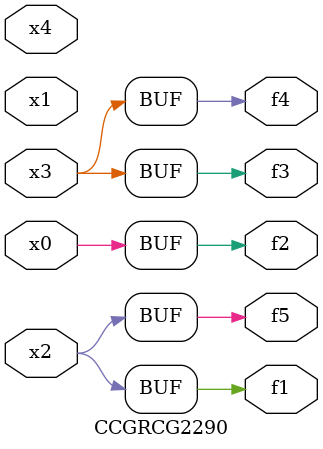
<source format=v>
module CCGRCG2290(
	input x0, x1, x2, x3, x4,
	output f1, f2, f3, f4, f5
);
	assign f1 = x2;
	assign f2 = x0;
	assign f3 = x3;
	assign f4 = x3;
	assign f5 = x2;
endmodule

</source>
